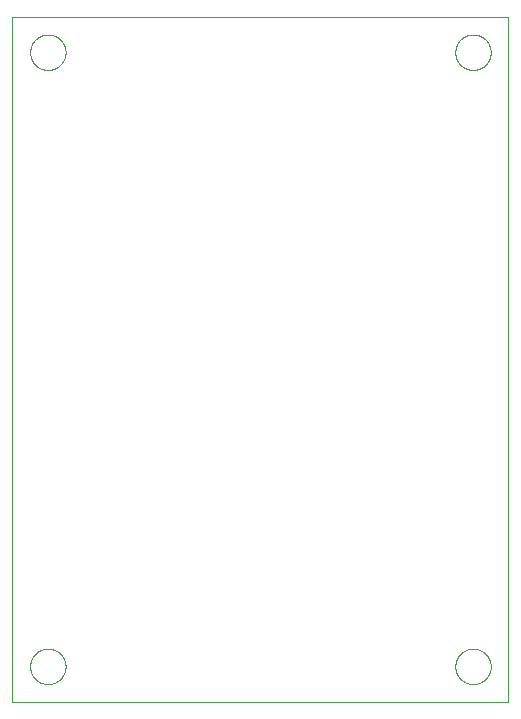
<source format=gbp>
G75*
%MOIN*%
%OFA0B0*%
%FSLAX25Y25*%
%IPPOS*%
%LPD*%
%AMOC8*
5,1,8,0,0,1.08239X$1,22.5*
%
%ADD10C,0.00000*%
D10*
X0002969Y0002969D02*
X0002969Y0231315D01*
X0168323Y0231315D01*
X0168323Y0002969D01*
X0002969Y0002969D01*
X0008874Y0014780D02*
X0008876Y0014933D01*
X0008882Y0015087D01*
X0008892Y0015240D01*
X0008906Y0015392D01*
X0008924Y0015545D01*
X0008946Y0015696D01*
X0008971Y0015847D01*
X0009001Y0015998D01*
X0009035Y0016148D01*
X0009072Y0016296D01*
X0009113Y0016444D01*
X0009158Y0016590D01*
X0009207Y0016736D01*
X0009260Y0016880D01*
X0009316Y0017022D01*
X0009376Y0017163D01*
X0009440Y0017303D01*
X0009507Y0017441D01*
X0009578Y0017577D01*
X0009653Y0017711D01*
X0009730Y0017843D01*
X0009812Y0017973D01*
X0009896Y0018101D01*
X0009984Y0018227D01*
X0010075Y0018350D01*
X0010169Y0018471D01*
X0010267Y0018589D01*
X0010367Y0018705D01*
X0010471Y0018818D01*
X0010577Y0018929D01*
X0010686Y0019037D01*
X0010798Y0019142D01*
X0010912Y0019243D01*
X0011030Y0019342D01*
X0011149Y0019438D01*
X0011271Y0019531D01*
X0011396Y0019620D01*
X0011523Y0019707D01*
X0011652Y0019789D01*
X0011783Y0019869D01*
X0011916Y0019945D01*
X0012051Y0020018D01*
X0012188Y0020087D01*
X0012327Y0020152D01*
X0012467Y0020214D01*
X0012609Y0020272D01*
X0012752Y0020327D01*
X0012897Y0020378D01*
X0013043Y0020425D01*
X0013190Y0020468D01*
X0013338Y0020507D01*
X0013487Y0020543D01*
X0013637Y0020574D01*
X0013788Y0020602D01*
X0013939Y0020626D01*
X0014092Y0020646D01*
X0014244Y0020662D01*
X0014397Y0020674D01*
X0014550Y0020682D01*
X0014703Y0020686D01*
X0014857Y0020686D01*
X0015010Y0020682D01*
X0015163Y0020674D01*
X0015316Y0020662D01*
X0015468Y0020646D01*
X0015621Y0020626D01*
X0015772Y0020602D01*
X0015923Y0020574D01*
X0016073Y0020543D01*
X0016222Y0020507D01*
X0016370Y0020468D01*
X0016517Y0020425D01*
X0016663Y0020378D01*
X0016808Y0020327D01*
X0016951Y0020272D01*
X0017093Y0020214D01*
X0017233Y0020152D01*
X0017372Y0020087D01*
X0017509Y0020018D01*
X0017644Y0019945D01*
X0017777Y0019869D01*
X0017908Y0019789D01*
X0018037Y0019707D01*
X0018164Y0019620D01*
X0018289Y0019531D01*
X0018411Y0019438D01*
X0018530Y0019342D01*
X0018648Y0019243D01*
X0018762Y0019142D01*
X0018874Y0019037D01*
X0018983Y0018929D01*
X0019089Y0018818D01*
X0019193Y0018705D01*
X0019293Y0018589D01*
X0019391Y0018471D01*
X0019485Y0018350D01*
X0019576Y0018227D01*
X0019664Y0018101D01*
X0019748Y0017973D01*
X0019830Y0017843D01*
X0019907Y0017711D01*
X0019982Y0017577D01*
X0020053Y0017441D01*
X0020120Y0017303D01*
X0020184Y0017163D01*
X0020244Y0017022D01*
X0020300Y0016880D01*
X0020353Y0016736D01*
X0020402Y0016590D01*
X0020447Y0016444D01*
X0020488Y0016296D01*
X0020525Y0016148D01*
X0020559Y0015998D01*
X0020589Y0015847D01*
X0020614Y0015696D01*
X0020636Y0015545D01*
X0020654Y0015392D01*
X0020668Y0015240D01*
X0020678Y0015087D01*
X0020684Y0014933D01*
X0020686Y0014780D01*
X0020684Y0014627D01*
X0020678Y0014473D01*
X0020668Y0014320D01*
X0020654Y0014168D01*
X0020636Y0014015D01*
X0020614Y0013864D01*
X0020589Y0013713D01*
X0020559Y0013562D01*
X0020525Y0013412D01*
X0020488Y0013264D01*
X0020447Y0013116D01*
X0020402Y0012970D01*
X0020353Y0012824D01*
X0020300Y0012680D01*
X0020244Y0012538D01*
X0020184Y0012397D01*
X0020120Y0012257D01*
X0020053Y0012119D01*
X0019982Y0011983D01*
X0019907Y0011849D01*
X0019830Y0011717D01*
X0019748Y0011587D01*
X0019664Y0011459D01*
X0019576Y0011333D01*
X0019485Y0011210D01*
X0019391Y0011089D01*
X0019293Y0010971D01*
X0019193Y0010855D01*
X0019089Y0010742D01*
X0018983Y0010631D01*
X0018874Y0010523D01*
X0018762Y0010418D01*
X0018648Y0010317D01*
X0018530Y0010218D01*
X0018411Y0010122D01*
X0018289Y0010029D01*
X0018164Y0009940D01*
X0018037Y0009853D01*
X0017908Y0009771D01*
X0017777Y0009691D01*
X0017644Y0009615D01*
X0017509Y0009542D01*
X0017372Y0009473D01*
X0017233Y0009408D01*
X0017093Y0009346D01*
X0016951Y0009288D01*
X0016808Y0009233D01*
X0016663Y0009182D01*
X0016517Y0009135D01*
X0016370Y0009092D01*
X0016222Y0009053D01*
X0016073Y0009017D01*
X0015923Y0008986D01*
X0015772Y0008958D01*
X0015621Y0008934D01*
X0015468Y0008914D01*
X0015316Y0008898D01*
X0015163Y0008886D01*
X0015010Y0008878D01*
X0014857Y0008874D01*
X0014703Y0008874D01*
X0014550Y0008878D01*
X0014397Y0008886D01*
X0014244Y0008898D01*
X0014092Y0008914D01*
X0013939Y0008934D01*
X0013788Y0008958D01*
X0013637Y0008986D01*
X0013487Y0009017D01*
X0013338Y0009053D01*
X0013190Y0009092D01*
X0013043Y0009135D01*
X0012897Y0009182D01*
X0012752Y0009233D01*
X0012609Y0009288D01*
X0012467Y0009346D01*
X0012327Y0009408D01*
X0012188Y0009473D01*
X0012051Y0009542D01*
X0011916Y0009615D01*
X0011783Y0009691D01*
X0011652Y0009771D01*
X0011523Y0009853D01*
X0011396Y0009940D01*
X0011271Y0010029D01*
X0011149Y0010122D01*
X0011030Y0010218D01*
X0010912Y0010317D01*
X0010798Y0010418D01*
X0010686Y0010523D01*
X0010577Y0010631D01*
X0010471Y0010742D01*
X0010367Y0010855D01*
X0010267Y0010971D01*
X0010169Y0011089D01*
X0010075Y0011210D01*
X0009984Y0011333D01*
X0009896Y0011459D01*
X0009812Y0011587D01*
X0009730Y0011717D01*
X0009653Y0011849D01*
X0009578Y0011983D01*
X0009507Y0012119D01*
X0009440Y0012257D01*
X0009376Y0012397D01*
X0009316Y0012538D01*
X0009260Y0012680D01*
X0009207Y0012824D01*
X0009158Y0012970D01*
X0009113Y0013116D01*
X0009072Y0013264D01*
X0009035Y0013412D01*
X0009001Y0013562D01*
X0008971Y0013713D01*
X0008946Y0013864D01*
X0008924Y0014015D01*
X0008906Y0014168D01*
X0008892Y0014320D01*
X0008882Y0014473D01*
X0008876Y0014627D01*
X0008874Y0014780D01*
X0150606Y0014780D02*
X0150608Y0014933D01*
X0150614Y0015087D01*
X0150624Y0015240D01*
X0150638Y0015392D01*
X0150656Y0015545D01*
X0150678Y0015696D01*
X0150703Y0015847D01*
X0150733Y0015998D01*
X0150767Y0016148D01*
X0150804Y0016296D01*
X0150845Y0016444D01*
X0150890Y0016590D01*
X0150939Y0016736D01*
X0150992Y0016880D01*
X0151048Y0017022D01*
X0151108Y0017163D01*
X0151172Y0017303D01*
X0151239Y0017441D01*
X0151310Y0017577D01*
X0151385Y0017711D01*
X0151462Y0017843D01*
X0151544Y0017973D01*
X0151628Y0018101D01*
X0151716Y0018227D01*
X0151807Y0018350D01*
X0151901Y0018471D01*
X0151999Y0018589D01*
X0152099Y0018705D01*
X0152203Y0018818D01*
X0152309Y0018929D01*
X0152418Y0019037D01*
X0152530Y0019142D01*
X0152644Y0019243D01*
X0152762Y0019342D01*
X0152881Y0019438D01*
X0153003Y0019531D01*
X0153128Y0019620D01*
X0153255Y0019707D01*
X0153384Y0019789D01*
X0153515Y0019869D01*
X0153648Y0019945D01*
X0153783Y0020018D01*
X0153920Y0020087D01*
X0154059Y0020152D01*
X0154199Y0020214D01*
X0154341Y0020272D01*
X0154484Y0020327D01*
X0154629Y0020378D01*
X0154775Y0020425D01*
X0154922Y0020468D01*
X0155070Y0020507D01*
X0155219Y0020543D01*
X0155369Y0020574D01*
X0155520Y0020602D01*
X0155671Y0020626D01*
X0155824Y0020646D01*
X0155976Y0020662D01*
X0156129Y0020674D01*
X0156282Y0020682D01*
X0156435Y0020686D01*
X0156589Y0020686D01*
X0156742Y0020682D01*
X0156895Y0020674D01*
X0157048Y0020662D01*
X0157200Y0020646D01*
X0157353Y0020626D01*
X0157504Y0020602D01*
X0157655Y0020574D01*
X0157805Y0020543D01*
X0157954Y0020507D01*
X0158102Y0020468D01*
X0158249Y0020425D01*
X0158395Y0020378D01*
X0158540Y0020327D01*
X0158683Y0020272D01*
X0158825Y0020214D01*
X0158965Y0020152D01*
X0159104Y0020087D01*
X0159241Y0020018D01*
X0159376Y0019945D01*
X0159509Y0019869D01*
X0159640Y0019789D01*
X0159769Y0019707D01*
X0159896Y0019620D01*
X0160021Y0019531D01*
X0160143Y0019438D01*
X0160262Y0019342D01*
X0160380Y0019243D01*
X0160494Y0019142D01*
X0160606Y0019037D01*
X0160715Y0018929D01*
X0160821Y0018818D01*
X0160925Y0018705D01*
X0161025Y0018589D01*
X0161123Y0018471D01*
X0161217Y0018350D01*
X0161308Y0018227D01*
X0161396Y0018101D01*
X0161480Y0017973D01*
X0161562Y0017843D01*
X0161639Y0017711D01*
X0161714Y0017577D01*
X0161785Y0017441D01*
X0161852Y0017303D01*
X0161916Y0017163D01*
X0161976Y0017022D01*
X0162032Y0016880D01*
X0162085Y0016736D01*
X0162134Y0016590D01*
X0162179Y0016444D01*
X0162220Y0016296D01*
X0162257Y0016148D01*
X0162291Y0015998D01*
X0162321Y0015847D01*
X0162346Y0015696D01*
X0162368Y0015545D01*
X0162386Y0015392D01*
X0162400Y0015240D01*
X0162410Y0015087D01*
X0162416Y0014933D01*
X0162418Y0014780D01*
X0162416Y0014627D01*
X0162410Y0014473D01*
X0162400Y0014320D01*
X0162386Y0014168D01*
X0162368Y0014015D01*
X0162346Y0013864D01*
X0162321Y0013713D01*
X0162291Y0013562D01*
X0162257Y0013412D01*
X0162220Y0013264D01*
X0162179Y0013116D01*
X0162134Y0012970D01*
X0162085Y0012824D01*
X0162032Y0012680D01*
X0161976Y0012538D01*
X0161916Y0012397D01*
X0161852Y0012257D01*
X0161785Y0012119D01*
X0161714Y0011983D01*
X0161639Y0011849D01*
X0161562Y0011717D01*
X0161480Y0011587D01*
X0161396Y0011459D01*
X0161308Y0011333D01*
X0161217Y0011210D01*
X0161123Y0011089D01*
X0161025Y0010971D01*
X0160925Y0010855D01*
X0160821Y0010742D01*
X0160715Y0010631D01*
X0160606Y0010523D01*
X0160494Y0010418D01*
X0160380Y0010317D01*
X0160262Y0010218D01*
X0160143Y0010122D01*
X0160021Y0010029D01*
X0159896Y0009940D01*
X0159769Y0009853D01*
X0159640Y0009771D01*
X0159509Y0009691D01*
X0159376Y0009615D01*
X0159241Y0009542D01*
X0159104Y0009473D01*
X0158965Y0009408D01*
X0158825Y0009346D01*
X0158683Y0009288D01*
X0158540Y0009233D01*
X0158395Y0009182D01*
X0158249Y0009135D01*
X0158102Y0009092D01*
X0157954Y0009053D01*
X0157805Y0009017D01*
X0157655Y0008986D01*
X0157504Y0008958D01*
X0157353Y0008934D01*
X0157200Y0008914D01*
X0157048Y0008898D01*
X0156895Y0008886D01*
X0156742Y0008878D01*
X0156589Y0008874D01*
X0156435Y0008874D01*
X0156282Y0008878D01*
X0156129Y0008886D01*
X0155976Y0008898D01*
X0155824Y0008914D01*
X0155671Y0008934D01*
X0155520Y0008958D01*
X0155369Y0008986D01*
X0155219Y0009017D01*
X0155070Y0009053D01*
X0154922Y0009092D01*
X0154775Y0009135D01*
X0154629Y0009182D01*
X0154484Y0009233D01*
X0154341Y0009288D01*
X0154199Y0009346D01*
X0154059Y0009408D01*
X0153920Y0009473D01*
X0153783Y0009542D01*
X0153648Y0009615D01*
X0153515Y0009691D01*
X0153384Y0009771D01*
X0153255Y0009853D01*
X0153128Y0009940D01*
X0153003Y0010029D01*
X0152881Y0010122D01*
X0152762Y0010218D01*
X0152644Y0010317D01*
X0152530Y0010418D01*
X0152418Y0010523D01*
X0152309Y0010631D01*
X0152203Y0010742D01*
X0152099Y0010855D01*
X0151999Y0010971D01*
X0151901Y0011089D01*
X0151807Y0011210D01*
X0151716Y0011333D01*
X0151628Y0011459D01*
X0151544Y0011587D01*
X0151462Y0011717D01*
X0151385Y0011849D01*
X0151310Y0011983D01*
X0151239Y0012119D01*
X0151172Y0012257D01*
X0151108Y0012397D01*
X0151048Y0012538D01*
X0150992Y0012680D01*
X0150939Y0012824D01*
X0150890Y0012970D01*
X0150845Y0013116D01*
X0150804Y0013264D01*
X0150767Y0013412D01*
X0150733Y0013562D01*
X0150703Y0013713D01*
X0150678Y0013864D01*
X0150656Y0014015D01*
X0150638Y0014168D01*
X0150624Y0014320D01*
X0150614Y0014473D01*
X0150608Y0014627D01*
X0150606Y0014780D01*
X0150606Y0219504D02*
X0150608Y0219657D01*
X0150614Y0219811D01*
X0150624Y0219964D01*
X0150638Y0220116D01*
X0150656Y0220269D01*
X0150678Y0220420D01*
X0150703Y0220571D01*
X0150733Y0220722D01*
X0150767Y0220872D01*
X0150804Y0221020D01*
X0150845Y0221168D01*
X0150890Y0221314D01*
X0150939Y0221460D01*
X0150992Y0221604D01*
X0151048Y0221746D01*
X0151108Y0221887D01*
X0151172Y0222027D01*
X0151239Y0222165D01*
X0151310Y0222301D01*
X0151385Y0222435D01*
X0151462Y0222567D01*
X0151544Y0222697D01*
X0151628Y0222825D01*
X0151716Y0222951D01*
X0151807Y0223074D01*
X0151901Y0223195D01*
X0151999Y0223313D01*
X0152099Y0223429D01*
X0152203Y0223542D01*
X0152309Y0223653D01*
X0152418Y0223761D01*
X0152530Y0223866D01*
X0152644Y0223967D01*
X0152762Y0224066D01*
X0152881Y0224162D01*
X0153003Y0224255D01*
X0153128Y0224344D01*
X0153255Y0224431D01*
X0153384Y0224513D01*
X0153515Y0224593D01*
X0153648Y0224669D01*
X0153783Y0224742D01*
X0153920Y0224811D01*
X0154059Y0224876D01*
X0154199Y0224938D01*
X0154341Y0224996D01*
X0154484Y0225051D01*
X0154629Y0225102D01*
X0154775Y0225149D01*
X0154922Y0225192D01*
X0155070Y0225231D01*
X0155219Y0225267D01*
X0155369Y0225298D01*
X0155520Y0225326D01*
X0155671Y0225350D01*
X0155824Y0225370D01*
X0155976Y0225386D01*
X0156129Y0225398D01*
X0156282Y0225406D01*
X0156435Y0225410D01*
X0156589Y0225410D01*
X0156742Y0225406D01*
X0156895Y0225398D01*
X0157048Y0225386D01*
X0157200Y0225370D01*
X0157353Y0225350D01*
X0157504Y0225326D01*
X0157655Y0225298D01*
X0157805Y0225267D01*
X0157954Y0225231D01*
X0158102Y0225192D01*
X0158249Y0225149D01*
X0158395Y0225102D01*
X0158540Y0225051D01*
X0158683Y0224996D01*
X0158825Y0224938D01*
X0158965Y0224876D01*
X0159104Y0224811D01*
X0159241Y0224742D01*
X0159376Y0224669D01*
X0159509Y0224593D01*
X0159640Y0224513D01*
X0159769Y0224431D01*
X0159896Y0224344D01*
X0160021Y0224255D01*
X0160143Y0224162D01*
X0160262Y0224066D01*
X0160380Y0223967D01*
X0160494Y0223866D01*
X0160606Y0223761D01*
X0160715Y0223653D01*
X0160821Y0223542D01*
X0160925Y0223429D01*
X0161025Y0223313D01*
X0161123Y0223195D01*
X0161217Y0223074D01*
X0161308Y0222951D01*
X0161396Y0222825D01*
X0161480Y0222697D01*
X0161562Y0222567D01*
X0161639Y0222435D01*
X0161714Y0222301D01*
X0161785Y0222165D01*
X0161852Y0222027D01*
X0161916Y0221887D01*
X0161976Y0221746D01*
X0162032Y0221604D01*
X0162085Y0221460D01*
X0162134Y0221314D01*
X0162179Y0221168D01*
X0162220Y0221020D01*
X0162257Y0220872D01*
X0162291Y0220722D01*
X0162321Y0220571D01*
X0162346Y0220420D01*
X0162368Y0220269D01*
X0162386Y0220116D01*
X0162400Y0219964D01*
X0162410Y0219811D01*
X0162416Y0219657D01*
X0162418Y0219504D01*
X0162416Y0219351D01*
X0162410Y0219197D01*
X0162400Y0219044D01*
X0162386Y0218892D01*
X0162368Y0218739D01*
X0162346Y0218588D01*
X0162321Y0218437D01*
X0162291Y0218286D01*
X0162257Y0218136D01*
X0162220Y0217988D01*
X0162179Y0217840D01*
X0162134Y0217694D01*
X0162085Y0217548D01*
X0162032Y0217404D01*
X0161976Y0217262D01*
X0161916Y0217121D01*
X0161852Y0216981D01*
X0161785Y0216843D01*
X0161714Y0216707D01*
X0161639Y0216573D01*
X0161562Y0216441D01*
X0161480Y0216311D01*
X0161396Y0216183D01*
X0161308Y0216057D01*
X0161217Y0215934D01*
X0161123Y0215813D01*
X0161025Y0215695D01*
X0160925Y0215579D01*
X0160821Y0215466D01*
X0160715Y0215355D01*
X0160606Y0215247D01*
X0160494Y0215142D01*
X0160380Y0215041D01*
X0160262Y0214942D01*
X0160143Y0214846D01*
X0160021Y0214753D01*
X0159896Y0214664D01*
X0159769Y0214577D01*
X0159640Y0214495D01*
X0159509Y0214415D01*
X0159376Y0214339D01*
X0159241Y0214266D01*
X0159104Y0214197D01*
X0158965Y0214132D01*
X0158825Y0214070D01*
X0158683Y0214012D01*
X0158540Y0213957D01*
X0158395Y0213906D01*
X0158249Y0213859D01*
X0158102Y0213816D01*
X0157954Y0213777D01*
X0157805Y0213741D01*
X0157655Y0213710D01*
X0157504Y0213682D01*
X0157353Y0213658D01*
X0157200Y0213638D01*
X0157048Y0213622D01*
X0156895Y0213610D01*
X0156742Y0213602D01*
X0156589Y0213598D01*
X0156435Y0213598D01*
X0156282Y0213602D01*
X0156129Y0213610D01*
X0155976Y0213622D01*
X0155824Y0213638D01*
X0155671Y0213658D01*
X0155520Y0213682D01*
X0155369Y0213710D01*
X0155219Y0213741D01*
X0155070Y0213777D01*
X0154922Y0213816D01*
X0154775Y0213859D01*
X0154629Y0213906D01*
X0154484Y0213957D01*
X0154341Y0214012D01*
X0154199Y0214070D01*
X0154059Y0214132D01*
X0153920Y0214197D01*
X0153783Y0214266D01*
X0153648Y0214339D01*
X0153515Y0214415D01*
X0153384Y0214495D01*
X0153255Y0214577D01*
X0153128Y0214664D01*
X0153003Y0214753D01*
X0152881Y0214846D01*
X0152762Y0214942D01*
X0152644Y0215041D01*
X0152530Y0215142D01*
X0152418Y0215247D01*
X0152309Y0215355D01*
X0152203Y0215466D01*
X0152099Y0215579D01*
X0151999Y0215695D01*
X0151901Y0215813D01*
X0151807Y0215934D01*
X0151716Y0216057D01*
X0151628Y0216183D01*
X0151544Y0216311D01*
X0151462Y0216441D01*
X0151385Y0216573D01*
X0151310Y0216707D01*
X0151239Y0216843D01*
X0151172Y0216981D01*
X0151108Y0217121D01*
X0151048Y0217262D01*
X0150992Y0217404D01*
X0150939Y0217548D01*
X0150890Y0217694D01*
X0150845Y0217840D01*
X0150804Y0217988D01*
X0150767Y0218136D01*
X0150733Y0218286D01*
X0150703Y0218437D01*
X0150678Y0218588D01*
X0150656Y0218739D01*
X0150638Y0218892D01*
X0150624Y0219044D01*
X0150614Y0219197D01*
X0150608Y0219351D01*
X0150606Y0219504D01*
X0008874Y0219504D02*
X0008876Y0219657D01*
X0008882Y0219811D01*
X0008892Y0219964D01*
X0008906Y0220116D01*
X0008924Y0220269D01*
X0008946Y0220420D01*
X0008971Y0220571D01*
X0009001Y0220722D01*
X0009035Y0220872D01*
X0009072Y0221020D01*
X0009113Y0221168D01*
X0009158Y0221314D01*
X0009207Y0221460D01*
X0009260Y0221604D01*
X0009316Y0221746D01*
X0009376Y0221887D01*
X0009440Y0222027D01*
X0009507Y0222165D01*
X0009578Y0222301D01*
X0009653Y0222435D01*
X0009730Y0222567D01*
X0009812Y0222697D01*
X0009896Y0222825D01*
X0009984Y0222951D01*
X0010075Y0223074D01*
X0010169Y0223195D01*
X0010267Y0223313D01*
X0010367Y0223429D01*
X0010471Y0223542D01*
X0010577Y0223653D01*
X0010686Y0223761D01*
X0010798Y0223866D01*
X0010912Y0223967D01*
X0011030Y0224066D01*
X0011149Y0224162D01*
X0011271Y0224255D01*
X0011396Y0224344D01*
X0011523Y0224431D01*
X0011652Y0224513D01*
X0011783Y0224593D01*
X0011916Y0224669D01*
X0012051Y0224742D01*
X0012188Y0224811D01*
X0012327Y0224876D01*
X0012467Y0224938D01*
X0012609Y0224996D01*
X0012752Y0225051D01*
X0012897Y0225102D01*
X0013043Y0225149D01*
X0013190Y0225192D01*
X0013338Y0225231D01*
X0013487Y0225267D01*
X0013637Y0225298D01*
X0013788Y0225326D01*
X0013939Y0225350D01*
X0014092Y0225370D01*
X0014244Y0225386D01*
X0014397Y0225398D01*
X0014550Y0225406D01*
X0014703Y0225410D01*
X0014857Y0225410D01*
X0015010Y0225406D01*
X0015163Y0225398D01*
X0015316Y0225386D01*
X0015468Y0225370D01*
X0015621Y0225350D01*
X0015772Y0225326D01*
X0015923Y0225298D01*
X0016073Y0225267D01*
X0016222Y0225231D01*
X0016370Y0225192D01*
X0016517Y0225149D01*
X0016663Y0225102D01*
X0016808Y0225051D01*
X0016951Y0224996D01*
X0017093Y0224938D01*
X0017233Y0224876D01*
X0017372Y0224811D01*
X0017509Y0224742D01*
X0017644Y0224669D01*
X0017777Y0224593D01*
X0017908Y0224513D01*
X0018037Y0224431D01*
X0018164Y0224344D01*
X0018289Y0224255D01*
X0018411Y0224162D01*
X0018530Y0224066D01*
X0018648Y0223967D01*
X0018762Y0223866D01*
X0018874Y0223761D01*
X0018983Y0223653D01*
X0019089Y0223542D01*
X0019193Y0223429D01*
X0019293Y0223313D01*
X0019391Y0223195D01*
X0019485Y0223074D01*
X0019576Y0222951D01*
X0019664Y0222825D01*
X0019748Y0222697D01*
X0019830Y0222567D01*
X0019907Y0222435D01*
X0019982Y0222301D01*
X0020053Y0222165D01*
X0020120Y0222027D01*
X0020184Y0221887D01*
X0020244Y0221746D01*
X0020300Y0221604D01*
X0020353Y0221460D01*
X0020402Y0221314D01*
X0020447Y0221168D01*
X0020488Y0221020D01*
X0020525Y0220872D01*
X0020559Y0220722D01*
X0020589Y0220571D01*
X0020614Y0220420D01*
X0020636Y0220269D01*
X0020654Y0220116D01*
X0020668Y0219964D01*
X0020678Y0219811D01*
X0020684Y0219657D01*
X0020686Y0219504D01*
X0020684Y0219351D01*
X0020678Y0219197D01*
X0020668Y0219044D01*
X0020654Y0218892D01*
X0020636Y0218739D01*
X0020614Y0218588D01*
X0020589Y0218437D01*
X0020559Y0218286D01*
X0020525Y0218136D01*
X0020488Y0217988D01*
X0020447Y0217840D01*
X0020402Y0217694D01*
X0020353Y0217548D01*
X0020300Y0217404D01*
X0020244Y0217262D01*
X0020184Y0217121D01*
X0020120Y0216981D01*
X0020053Y0216843D01*
X0019982Y0216707D01*
X0019907Y0216573D01*
X0019830Y0216441D01*
X0019748Y0216311D01*
X0019664Y0216183D01*
X0019576Y0216057D01*
X0019485Y0215934D01*
X0019391Y0215813D01*
X0019293Y0215695D01*
X0019193Y0215579D01*
X0019089Y0215466D01*
X0018983Y0215355D01*
X0018874Y0215247D01*
X0018762Y0215142D01*
X0018648Y0215041D01*
X0018530Y0214942D01*
X0018411Y0214846D01*
X0018289Y0214753D01*
X0018164Y0214664D01*
X0018037Y0214577D01*
X0017908Y0214495D01*
X0017777Y0214415D01*
X0017644Y0214339D01*
X0017509Y0214266D01*
X0017372Y0214197D01*
X0017233Y0214132D01*
X0017093Y0214070D01*
X0016951Y0214012D01*
X0016808Y0213957D01*
X0016663Y0213906D01*
X0016517Y0213859D01*
X0016370Y0213816D01*
X0016222Y0213777D01*
X0016073Y0213741D01*
X0015923Y0213710D01*
X0015772Y0213682D01*
X0015621Y0213658D01*
X0015468Y0213638D01*
X0015316Y0213622D01*
X0015163Y0213610D01*
X0015010Y0213602D01*
X0014857Y0213598D01*
X0014703Y0213598D01*
X0014550Y0213602D01*
X0014397Y0213610D01*
X0014244Y0213622D01*
X0014092Y0213638D01*
X0013939Y0213658D01*
X0013788Y0213682D01*
X0013637Y0213710D01*
X0013487Y0213741D01*
X0013338Y0213777D01*
X0013190Y0213816D01*
X0013043Y0213859D01*
X0012897Y0213906D01*
X0012752Y0213957D01*
X0012609Y0214012D01*
X0012467Y0214070D01*
X0012327Y0214132D01*
X0012188Y0214197D01*
X0012051Y0214266D01*
X0011916Y0214339D01*
X0011783Y0214415D01*
X0011652Y0214495D01*
X0011523Y0214577D01*
X0011396Y0214664D01*
X0011271Y0214753D01*
X0011149Y0214846D01*
X0011030Y0214942D01*
X0010912Y0215041D01*
X0010798Y0215142D01*
X0010686Y0215247D01*
X0010577Y0215355D01*
X0010471Y0215466D01*
X0010367Y0215579D01*
X0010267Y0215695D01*
X0010169Y0215813D01*
X0010075Y0215934D01*
X0009984Y0216057D01*
X0009896Y0216183D01*
X0009812Y0216311D01*
X0009730Y0216441D01*
X0009653Y0216573D01*
X0009578Y0216707D01*
X0009507Y0216843D01*
X0009440Y0216981D01*
X0009376Y0217121D01*
X0009316Y0217262D01*
X0009260Y0217404D01*
X0009207Y0217548D01*
X0009158Y0217694D01*
X0009113Y0217840D01*
X0009072Y0217988D01*
X0009035Y0218136D01*
X0009001Y0218286D01*
X0008971Y0218437D01*
X0008946Y0218588D01*
X0008924Y0218739D01*
X0008906Y0218892D01*
X0008892Y0219044D01*
X0008882Y0219197D01*
X0008876Y0219351D01*
X0008874Y0219504D01*
M02*

</source>
